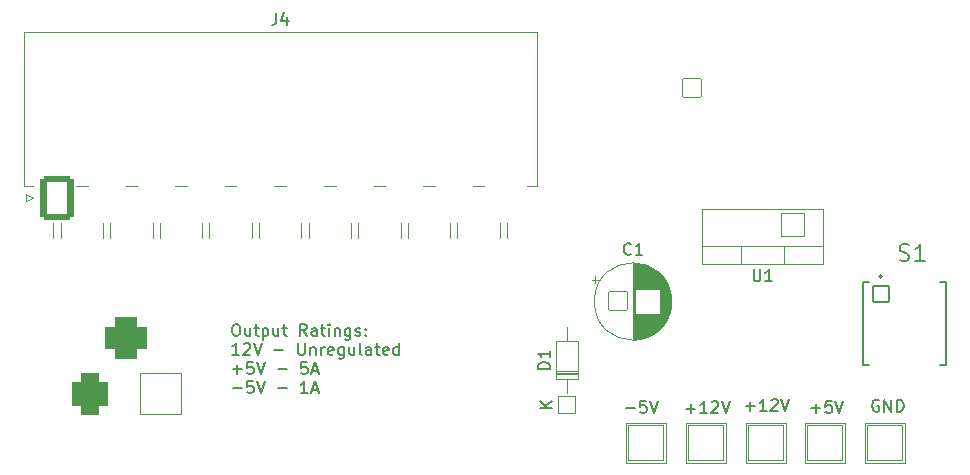
<source format=gbr>
%TF.GenerationSoftware,KiCad,Pcbnew,8.0.7*%
%TF.CreationDate,2025-01-08T21:36:27+01:00*%
%TF.ProjectId,adampsu,6164616d-7073-4752-9e6b-696361645f70,rev?*%
%TF.SameCoordinates,Original*%
%TF.FileFunction,Legend,Top*%
%TF.FilePolarity,Positive*%
%FSLAX46Y46*%
G04 Gerber Fmt 4.6, Leading zero omitted, Abs format (unit mm)*
G04 Created by KiCad (PCBNEW 8.0.7) date 2025-01-08 21:36:27*
%MOMM*%
%LPD*%
G01*
G04 APERTURE LIST*
G04 Aperture macros list*
%AMRoundRect*
0 Rectangle with rounded corners*
0 $1 Rounding radius*
0 $2 $3 $4 $5 $6 $7 $8 $9 X,Y pos of 4 corners*
0 Add a 4 corners polygon primitive as box body*
4,1,4,$2,$3,$4,$5,$6,$7,$8,$9,$2,$3,0*
0 Add four circle primitives for the rounded corners*
1,1,$1+$1,$2,$3*
1,1,$1+$1,$4,$5*
1,1,$1+$1,$6,$7*
1,1,$1+$1,$8,$9*
0 Add four rect primitives between the rounded corners*
20,1,$1+$1,$2,$3,$4,$5,0*
20,1,$1+$1,$4,$5,$6,$7,0*
20,1,$1+$1,$6,$7,$8,$9,0*
20,1,$1+$1,$8,$9,$2,$3,0*%
G04 Aperture macros list end*
%ADD10C,0.150000*%
%ADD11C,0.120000*%
%ADD12C,0.127000*%
%ADD13C,0.200000*%
%ADD14C,4.102000*%
%ADD15RoundRect,0.051000X0.800000X0.800000X-0.800000X0.800000X-0.800000X-0.800000X0.800000X-0.800000X0*%
%ADD16C,1.702000*%
%ADD17RoundRect,0.051000X-1.500000X-1.500000X1.500000X-1.500000X1.500000X1.500000X-1.500000X1.500000X0*%
%ADD18RoundRect,0.051000X0.750000X-0.750000X0.750000X0.750000X-0.750000X0.750000X-0.750000X-0.750000X0*%
%ADD19O,1.602000X1.602000*%
%ADD20C,3.102000*%
%ADD21RoundRect,0.259446X-1.141554X-1.641554X1.141554X-1.641554X1.141554X1.641554X-1.141554X1.641554X0*%
%ADD22O,2.802000X3.802000*%
%ADD23RoundRect,0.102000X-0.654000X-0.654000X0.654000X-0.654000X0.654000X0.654000X-0.654000X0.654000X0*%
%ADD24C,1.512000*%
%ADD25RoundRect,0.051000X-0.800000X-0.800000X0.800000X-0.800000X0.800000X0.800000X-0.800000X0.800000X0*%
%ADD26RoundRect,0.051000X0.952500X1.000000X-0.952500X1.000000X-0.952500X-1.000000X0.952500X-1.000000X0*%
%ADD27O,2.007000X2.102000*%
%ADD28RoundRect,0.051000X-1.750000X-1.750000X1.750000X-1.750000X1.750000X1.750000X-1.750000X1.750000X0*%
%ADD29RoundRect,0.775500X-0.775500X-1.025500X0.775500X-1.025500X0.775500X1.025500X-0.775500X1.025500X0*%
%ADD30RoundRect,0.900500X-0.900500X-0.900500X0.900500X-0.900500X0.900500X0.900500X-0.900500X0.900500X0*%
G04 APERTURE END LIST*
D10*
X191640588Y-104312438D02*
X191545350Y-104264819D01*
X191545350Y-104264819D02*
X191402493Y-104264819D01*
X191402493Y-104264819D02*
X191259636Y-104312438D01*
X191259636Y-104312438D02*
X191164398Y-104407676D01*
X191164398Y-104407676D02*
X191116779Y-104502914D01*
X191116779Y-104502914D02*
X191069160Y-104693390D01*
X191069160Y-104693390D02*
X191069160Y-104836247D01*
X191069160Y-104836247D02*
X191116779Y-105026723D01*
X191116779Y-105026723D02*
X191164398Y-105121961D01*
X191164398Y-105121961D02*
X191259636Y-105217200D01*
X191259636Y-105217200D02*
X191402493Y-105264819D01*
X191402493Y-105264819D02*
X191497731Y-105264819D01*
X191497731Y-105264819D02*
X191640588Y-105217200D01*
X191640588Y-105217200D02*
X191688207Y-105169580D01*
X191688207Y-105169580D02*
X191688207Y-104836247D01*
X191688207Y-104836247D02*
X191497731Y-104836247D01*
X192116779Y-105264819D02*
X192116779Y-104264819D01*
X192116779Y-104264819D02*
X192688207Y-105264819D01*
X192688207Y-105264819D02*
X192688207Y-104264819D01*
X193164398Y-105264819D02*
X193164398Y-104264819D01*
X193164398Y-104264819D02*
X193402493Y-104264819D01*
X193402493Y-104264819D02*
X193545350Y-104312438D01*
X193545350Y-104312438D02*
X193640588Y-104407676D01*
X193640588Y-104407676D02*
X193688207Y-104502914D01*
X193688207Y-104502914D02*
X193735826Y-104693390D01*
X193735826Y-104693390D02*
X193735826Y-104836247D01*
X193735826Y-104836247D02*
X193688207Y-105026723D01*
X193688207Y-105026723D02*
X193640588Y-105121961D01*
X193640588Y-105121961D02*
X193545350Y-105217200D01*
X193545350Y-105217200D02*
X193402493Y-105264819D01*
X193402493Y-105264819D02*
X193164398Y-105264819D01*
X175341779Y-105008866D02*
X176103684Y-105008866D01*
X175722731Y-105389819D02*
X175722731Y-104627914D01*
X177103683Y-105389819D02*
X176532255Y-105389819D01*
X176817969Y-105389819D02*
X176817969Y-104389819D01*
X176817969Y-104389819D02*
X176722731Y-104532676D01*
X176722731Y-104532676D02*
X176627493Y-104627914D01*
X176627493Y-104627914D02*
X176532255Y-104675533D01*
X177484636Y-104485057D02*
X177532255Y-104437438D01*
X177532255Y-104437438D02*
X177627493Y-104389819D01*
X177627493Y-104389819D02*
X177865588Y-104389819D01*
X177865588Y-104389819D02*
X177960826Y-104437438D01*
X177960826Y-104437438D02*
X178008445Y-104485057D01*
X178008445Y-104485057D02*
X178056064Y-104580295D01*
X178056064Y-104580295D02*
X178056064Y-104675533D01*
X178056064Y-104675533D02*
X178008445Y-104818390D01*
X178008445Y-104818390D02*
X177437017Y-105389819D01*
X177437017Y-105389819D02*
X178056064Y-105389819D01*
X178341779Y-104389819D02*
X178675112Y-105389819D01*
X178675112Y-105389819D02*
X179008445Y-104389819D01*
X180366779Y-104833866D02*
X181128684Y-104833866D01*
X180747731Y-105214819D02*
X180747731Y-104452914D01*
X182128683Y-105214819D02*
X181557255Y-105214819D01*
X181842969Y-105214819D02*
X181842969Y-104214819D01*
X181842969Y-104214819D02*
X181747731Y-104357676D01*
X181747731Y-104357676D02*
X181652493Y-104452914D01*
X181652493Y-104452914D02*
X181557255Y-104500533D01*
X182509636Y-104310057D02*
X182557255Y-104262438D01*
X182557255Y-104262438D02*
X182652493Y-104214819D01*
X182652493Y-104214819D02*
X182890588Y-104214819D01*
X182890588Y-104214819D02*
X182985826Y-104262438D01*
X182985826Y-104262438D02*
X183033445Y-104310057D01*
X183033445Y-104310057D02*
X183081064Y-104405295D01*
X183081064Y-104405295D02*
X183081064Y-104500533D01*
X183081064Y-104500533D02*
X183033445Y-104643390D01*
X183033445Y-104643390D02*
X182462017Y-105214819D01*
X182462017Y-105214819D02*
X183081064Y-105214819D01*
X183366779Y-104214819D02*
X183700112Y-105214819D01*
X183700112Y-105214819D02*
X184033445Y-104214819D01*
X185916779Y-104983866D02*
X186678684Y-104983866D01*
X186297731Y-105364819D02*
X186297731Y-104602914D01*
X187631064Y-104364819D02*
X187154874Y-104364819D01*
X187154874Y-104364819D02*
X187107255Y-104841009D01*
X187107255Y-104841009D02*
X187154874Y-104793390D01*
X187154874Y-104793390D02*
X187250112Y-104745771D01*
X187250112Y-104745771D02*
X187488207Y-104745771D01*
X187488207Y-104745771D02*
X187583445Y-104793390D01*
X187583445Y-104793390D02*
X187631064Y-104841009D01*
X187631064Y-104841009D02*
X187678683Y-104936247D01*
X187678683Y-104936247D02*
X187678683Y-105174342D01*
X187678683Y-105174342D02*
X187631064Y-105269580D01*
X187631064Y-105269580D02*
X187583445Y-105317200D01*
X187583445Y-105317200D02*
X187488207Y-105364819D01*
X187488207Y-105364819D02*
X187250112Y-105364819D01*
X187250112Y-105364819D02*
X187154874Y-105317200D01*
X187154874Y-105317200D02*
X187107255Y-105269580D01*
X187964398Y-104364819D02*
X188297731Y-105364819D01*
X188297731Y-105364819D02*
X188631064Y-104364819D01*
X170216779Y-104983866D02*
X170978684Y-104983866D01*
X171931064Y-104364819D02*
X171454874Y-104364819D01*
X171454874Y-104364819D02*
X171407255Y-104841009D01*
X171407255Y-104841009D02*
X171454874Y-104793390D01*
X171454874Y-104793390D02*
X171550112Y-104745771D01*
X171550112Y-104745771D02*
X171788207Y-104745771D01*
X171788207Y-104745771D02*
X171883445Y-104793390D01*
X171883445Y-104793390D02*
X171931064Y-104841009D01*
X171931064Y-104841009D02*
X171978683Y-104936247D01*
X171978683Y-104936247D02*
X171978683Y-105174342D01*
X171978683Y-105174342D02*
X171931064Y-105269580D01*
X171931064Y-105269580D02*
X171883445Y-105317200D01*
X171883445Y-105317200D02*
X171788207Y-105364819D01*
X171788207Y-105364819D02*
X171550112Y-105364819D01*
X171550112Y-105364819D02*
X171454874Y-105317200D01*
X171454874Y-105317200D02*
X171407255Y-105269580D01*
X172264398Y-104364819D02*
X172597731Y-105364819D01*
X172597731Y-105364819D02*
X172931064Y-104364819D01*
X137132255Y-97859903D02*
X137322731Y-97859903D01*
X137322731Y-97859903D02*
X137417969Y-97907522D01*
X137417969Y-97907522D02*
X137513207Y-98002760D01*
X137513207Y-98002760D02*
X137560826Y-98193236D01*
X137560826Y-98193236D02*
X137560826Y-98526569D01*
X137560826Y-98526569D02*
X137513207Y-98717045D01*
X137513207Y-98717045D02*
X137417969Y-98812284D01*
X137417969Y-98812284D02*
X137322731Y-98859903D01*
X137322731Y-98859903D02*
X137132255Y-98859903D01*
X137132255Y-98859903D02*
X137037017Y-98812284D01*
X137037017Y-98812284D02*
X136941779Y-98717045D01*
X136941779Y-98717045D02*
X136894160Y-98526569D01*
X136894160Y-98526569D02*
X136894160Y-98193236D01*
X136894160Y-98193236D02*
X136941779Y-98002760D01*
X136941779Y-98002760D02*
X137037017Y-97907522D01*
X137037017Y-97907522D02*
X137132255Y-97859903D01*
X138417969Y-98193236D02*
X138417969Y-98859903D01*
X137989398Y-98193236D02*
X137989398Y-98717045D01*
X137989398Y-98717045D02*
X138037017Y-98812284D01*
X138037017Y-98812284D02*
X138132255Y-98859903D01*
X138132255Y-98859903D02*
X138275112Y-98859903D01*
X138275112Y-98859903D02*
X138370350Y-98812284D01*
X138370350Y-98812284D02*
X138417969Y-98764664D01*
X138751303Y-98193236D02*
X139132255Y-98193236D01*
X138894160Y-97859903D02*
X138894160Y-98717045D01*
X138894160Y-98717045D02*
X138941779Y-98812284D01*
X138941779Y-98812284D02*
X139037017Y-98859903D01*
X139037017Y-98859903D02*
X139132255Y-98859903D01*
X139465589Y-98193236D02*
X139465589Y-99193236D01*
X139465589Y-98240855D02*
X139560827Y-98193236D01*
X139560827Y-98193236D02*
X139751303Y-98193236D01*
X139751303Y-98193236D02*
X139846541Y-98240855D01*
X139846541Y-98240855D02*
X139894160Y-98288474D01*
X139894160Y-98288474D02*
X139941779Y-98383712D01*
X139941779Y-98383712D02*
X139941779Y-98669426D01*
X139941779Y-98669426D02*
X139894160Y-98764664D01*
X139894160Y-98764664D02*
X139846541Y-98812284D01*
X139846541Y-98812284D02*
X139751303Y-98859903D01*
X139751303Y-98859903D02*
X139560827Y-98859903D01*
X139560827Y-98859903D02*
X139465589Y-98812284D01*
X140798922Y-98193236D02*
X140798922Y-98859903D01*
X140370351Y-98193236D02*
X140370351Y-98717045D01*
X140370351Y-98717045D02*
X140417970Y-98812284D01*
X140417970Y-98812284D02*
X140513208Y-98859903D01*
X140513208Y-98859903D02*
X140656065Y-98859903D01*
X140656065Y-98859903D02*
X140751303Y-98812284D01*
X140751303Y-98812284D02*
X140798922Y-98764664D01*
X141132256Y-98193236D02*
X141513208Y-98193236D01*
X141275113Y-97859903D02*
X141275113Y-98717045D01*
X141275113Y-98717045D02*
X141322732Y-98812284D01*
X141322732Y-98812284D02*
X141417970Y-98859903D01*
X141417970Y-98859903D02*
X141513208Y-98859903D01*
X143179875Y-98859903D02*
X142846542Y-98383712D01*
X142608447Y-98859903D02*
X142608447Y-97859903D01*
X142608447Y-97859903D02*
X142989399Y-97859903D01*
X142989399Y-97859903D02*
X143084637Y-97907522D01*
X143084637Y-97907522D02*
X143132256Y-97955141D01*
X143132256Y-97955141D02*
X143179875Y-98050379D01*
X143179875Y-98050379D02*
X143179875Y-98193236D01*
X143179875Y-98193236D02*
X143132256Y-98288474D01*
X143132256Y-98288474D02*
X143084637Y-98336093D01*
X143084637Y-98336093D02*
X142989399Y-98383712D01*
X142989399Y-98383712D02*
X142608447Y-98383712D01*
X144037018Y-98859903D02*
X144037018Y-98336093D01*
X144037018Y-98336093D02*
X143989399Y-98240855D01*
X143989399Y-98240855D02*
X143894161Y-98193236D01*
X143894161Y-98193236D02*
X143703685Y-98193236D01*
X143703685Y-98193236D02*
X143608447Y-98240855D01*
X144037018Y-98812284D02*
X143941780Y-98859903D01*
X143941780Y-98859903D02*
X143703685Y-98859903D01*
X143703685Y-98859903D02*
X143608447Y-98812284D01*
X143608447Y-98812284D02*
X143560828Y-98717045D01*
X143560828Y-98717045D02*
X143560828Y-98621807D01*
X143560828Y-98621807D02*
X143608447Y-98526569D01*
X143608447Y-98526569D02*
X143703685Y-98478950D01*
X143703685Y-98478950D02*
X143941780Y-98478950D01*
X143941780Y-98478950D02*
X144037018Y-98431331D01*
X144370352Y-98193236D02*
X144751304Y-98193236D01*
X144513209Y-97859903D02*
X144513209Y-98717045D01*
X144513209Y-98717045D02*
X144560828Y-98812284D01*
X144560828Y-98812284D02*
X144656066Y-98859903D01*
X144656066Y-98859903D02*
X144751304Y-98859903D01*
X145084638Y-98859903D02*
X145084638Y-98193236D01*
X145084638Y-97859903D02*
X145037019Y-97907522D01*
X145037019Y-97907522D02*
X145084638Y-97955141D01*
X145084638Y-97955141D02*
X145132257Y-97907522D01*
X145132257Y-97907522D02*
X145084638Y-97859903D01*
X145084638Y-97859903D02*
X145084638Y-97955141D01*
X145560828Y-98193236D02*
X145560828Y-98859903D01*
X145560828Y-98288474D02*
X145608447Y-98240855D01*
X145608447Y-98240855D02*
X145703685Y-98193236D01*
X145703685Y-98193236D02*
X145846542Y-98193236D01*
X145846542Y-98193236D02*
X145941780Y-98240855D01*
X145941780Y-98240855D02*
X145989399Y-98336093D01*
X145989399Y-98336093D02*
X145989399Y-98859903D01*
X146894161Y-98193236D02*
X146894161Y-99002760D01*
X146894161Y-99002760D02*
X146846542Y-99097998D01*
X146846542Y-99097998D02*
X146798923Y-99145617D01*
X146798923Y-99145617D02*
X146703685Y-99193236D01*
X146703685Y-99193236D02*
X146560828Y-99193236D01*
X146560828Y-99193236D02*
X146465590Y-99145617D01*
X146894161Y-98812284D02*
X146798923Y-98859903D01*
X146798923Y-98859903D02*
X146608447Y-98859903D01*
X146608447Y-98859903D02*
X146513209Y-98812284D01*
X146513209Y-98812284D02*
X146465590Y-98764664D01*
X146465590Y-98764664D02*
X146417971Y-98669426D01*
X146417971Y-98669426D02*
X146417971Y-98383712D01*
X146417971Y-98383712D02*
X146465590Y-98288474D01*
X146465590Y-98288474D02*
X146513209Y-98240855D01*
X146513209Y-98240855D02*
X146608447Y-98193236D01*
X146608447Y-98193236D02*
X146798923Y-98193236D01*
X146798923Y-98193236D02*
X146894161Y-98240855D01*
X147322733Y-98812284D02*
X147417971Y-98859903D01*
X147417971Y-98859903D02*
X147608447Y-98859903D01*
X147608447Y-98859903D02*
X147703685Y-98812284D01*
X147703685Y-98812284D02*
X147751304Y-98717045D01*
X147751304Y-98717045D02*
X147751304Y-98669426D01*
X147751304Y-98669426D02*
X147703685Y-98574188D01*
X147703685Y-98574188D02*
X147608447Y-98526569D01*
X147608447Y-98526569D02*
X147465590Y-98526569D01*
X147465590Y-98526569D02*
X147370352Y-98478950D01*
X147370352Y-98478950D02*
X147322733Y-98383712D01*
X147322733Y-98383712D02*
X147322733Y-98336093D01*
X147322733Y-98336093D02*
X147370352Y-98240855D01*
X147370352Y-98240855D02*
X147465590Y-98193236D01*
X147465590Y-98193236D02*
X147608447Y-98193236D01*
X147608447Y-98193236D02*
X147703685Y-98240855D01*
X148179876Y-98764664D02*
X148227495Y-98812284D01*
X148227495Y-98812284D02*
X148179876Y-98859903D01*
X148179876Y-98859903D02*
X148132257Y-98812284D01*
X148132257Y-98812284D02*
X148179876Y-98764664D01*
X148179876Y-98764664D02*
X148179876Y-98859903D01*
X148179876Y-98240855D02*
X148227495Y-98288474D01*
X148227495Y-98288474D02*
X148179876Y-98336093D01*
X148179876Y-98336093D02*
X148132257Y-98288474D01*
X148132257Y-98288474D02*
X148179876Y-98240855D01*
X148179876Y-98240855D02*
X148179876Y-98336093D01*
X137465588Y-100469847D02*
X136894160Y-100469847D01*
X137179874Y-100469847D02*
X137179874Y-99469847D01*
X137179874Y-99469847D02*
X137084636Y-99612704D01*
X137084636Y-99612704D02*
X136989398Y-99707942D01*
X136989398Y-99707942D02*
X136894160Y-99755561D01*
X137846541Y-99565085D02*
X137894160Y-99517466D01*
X137894160Y-99517466D02*
X137989398Y-99469847D01*
X137989398Y-99469847D02*
X138227493Y-99469847D01*
X138227493Y-99469847D02*
X138322731Y-99517466D01*
X138322731Y-99517466D02*
X138370350Y-99565085D01*
X138370350Y-99565085D02*
X138417969Y-99660323D01*
X138417969Y-99660323D02*
X138417969Y-99755561D01*
X138417969Y-99755561D02*
X138370350Y-99898418D01*
X138370350Y-99898418D02*
X137798922Y-100469847D01*
X137798922Y-100469847D02*
X138417969Y-100469847D01*
X138703684Y-99469847D02*
X139037017Y-100469847D01*
X139037017Y-100469847D02*
X139370350Y-99469847D01*
X140465589Y-100088894D02*
X141227494Y-100088894D01*
X142465589Y-99469847D02*
X142465589Y-100279370D01*
X142465589Y-100279370D02*
X142513208Y-100374608D01*
X142513208Y-100374608D02*
X142560827Y-100422228D01*
X142560827Y-100422228D02*
X142656065Y-100469847D01*
X142656065Y-100469847D02*
X142846541Y-100469847D01*
X142846541Y-100469847D02*
X142941779Y-100422228D01*
X142941779Y-100422228D02*
X142989398Y-100374608D01*
X142989398Y-100374608D02*
X143037017Y-100279370D01*
X143037017Y-100279370D02*
X143037017Y-99469847D01*
X143513208Y-99803180D02*
X143513208Y-100469847D01*
X143513208Y-99898418D02*
X143560827Y-99850799D01*
X143560827Y-99850799D02*
X143656065Y-99803180D01*
X143656065Y-99803180D02*
X143798922Y-99803180D01*
X143798922Y-99803180D02*
X143894160Y-99850799D01*
X143894160Y-99850799D02*
X143941779Y-99946037D01*
X143941779Y-99946037D02*
X143941779Y-100469847D01*
X144417970Y-100469847D02*
X144417970Y-99803180D01*
X144417970Y-99993656D02*
X144465589Y-99898418D01*
X144465589Y-99898418D02*
X144513208Y-99850799D01*
X144513208Y-99850799D02*
X144608446Y-99803180D01*
X144608446Y-99803180D02*
X144703684Y-99803180D01*
X145417970Y-100422228D02*
X145322732Y-100469847D01*
X145322732Y-100469847D02*
X145132256Y-100469847D01*
X145132256Y-100469847D02*
X145037018Y-100422228D01*
X145037018Y-100422228D02*
X144989399Y-100326989D01*
X144989399Y-100326989D02*
X144989399Y-99946037D01*
X144989399Y-99946037D02*
X145037018Y-99850799D01*
X145037018Y-99850799D02*
X145132256Y-99803180D01*
X145132256Y-99803180D02*
X145322732Y-99803180D01*
X145322732Y-99803180D02*
X145417970Y-99850799D01*
X145417970Y-99850799D02*
X145465589Y-99946037D01*
X145465589Y-99946037D02*
X145465589Y-100041275D01*
X145465589Y-100041275D02*
X144989399Y-100136513D01*
X146322732Y-99803180D02*
X146322732Y-100612704D01*
X146322732Y-100612704D02*
X146275113Y-100707942D01*
X146275113Y-100707942D02*
X146227494Y-100755561D01*
X146227494Y-100755561D02*
X146132256Y-100803180D01*
X146132256Y-100803180D02*
X145989399Y-100803180D01*
X145989399Y-100803180D02*
X145894161Y-100755561D01*
X146322732Y-100422228D02*
X146227494Y-100469847D01*
X146227494Y-100469847D02*
X146037018Y-100469847D01*
X146037018Y-100469847D02*
X145941780Y-100422228D01*
X145941780Y-100422228D02*
X145894161Y-100374608D01*
X145894161Y-100374608D02*
X145846542Y-100279370D01*
X145846542Y-100279370D02*
X145846542Y-99993656D01*
X145846542Y-99993656D02*
X145894161Y-99898418D01*
X145894161Y-99898418D02*
X145941780Y-99850799D01*
X145941780Y-99850799D02*
X146037018Y-99803180D01*
X146037018Y-99803180D02*
X146227494Y-99803180D01*
X146227494Y-99803180D02*
X146322732Y-99850799D01*
X147227494Y-99803180D02*
X147227494Y-100469847D01*
X146798923Y-99803180D02*
X146798923Y-100326989D01*
X146798923Y-100326989D02*
X146846542Y-100422228D01*
X146846542Y-100422228D02*
X146941780Y-100469847D01*
X146941780Y-100469847D02*
X147084637Y-100469847D01*
X147084637Y-100469847D02*
X147179875Y-100422228D01*
X147179875Y-100422228D02*
X147227494Y-100374608D01*
X147846542Y-100469847D02*
X147751304Y-100422228D01*
X147751304Y-100422228D02*
X147703685Y-100326989D01*
X147703685Y-100326989D02*
X147703685Y-99469847D01*
X148656066Y-100469847D02*
X148656066Y-99946037D01*
X148656066Y-99946037D02*
X148608447Y-99850799D01*
X148608447Y-99850799D02*
X148513209Y-99803180D01*
X148513209Y-99803180D02*
X148322733Y-99803180D01*
X148322733Y-99803180D02*
X148227495Y-99850799D01*
X148656066Y-100422228D02*
X148560828Y-100469847D01*
X148560828Y-100469847D02*
X148322733Y-100469847D01*
X148322733Y-100469847D02*
X148227495Y-100422228D01*
X148227495Y-100422228D02*
X148179876Y-100326989D01*
X148179876Y-100326989D02*
X148179876Y-100231751D01*
X148179876Y-100231751D02*
X148227495Y-100136513D01*
X148227495Y-100136513D02*
X148322733Y-100088894D01*
X148322733Y-100088894D02*
X148560828Y-100088894D01*
X148560828Y-100088894D02*
X148656066Y-100041275D01*
X148989400Y-99803180D02*
X149370352Y-99803180D01*
X149132257Y-99469847D02*
X149132257Y-100326989D01*
X149132257Y-100326989D02*
X149179876Y-100422228D01*
X149179876Y-100422228D02*
X149275114Y-100469847D01*
X149275114Y-100469847D02*
X149370352Y-100469847D01*
X150084638Y-100422228D02*
X149989400Y-100469847D01*
X149989400Y-100469847D02*
X149798924Y-100469847D01*
X149798924Y-100469847D02*
X149703686Y-100422228D01*
X149703686Y-100422228D02*
X149656067Y-100326989D01*
X149656067Y-100326989D02*
X149656067Y-99946037D01*
X149656067Y-99946037D02*
X149703686Y-99850799D01*
X149703686Y-99850799D02*
X149798924Y-99803180D01*
X149798924Y-99803180D02*
X149989400Y-99803180D01*
X149989400Y-99803180D02*
X150084638Y-99850799D01*
X150084638Y-99850799D02*
X150132257Y-99946037D01*
X150132257Y-99946037D02*
X150132257Y-100041275D01*
X150132257Y-100041275D02*
X149656067Y-100136513D01*
X150989400Y-100469847D02*
X150989400Y-99469847D01*
X150989400Y-100422228D02*
X150894162Y-100469847D01*
X150894162Y-100469847D02*
X150703686Y-100469847D01*
X150703686Y-100469847D02*
X150608448Y-100422228D01*
X150608448Y-100422228D02*
X150560829Y-100374608D01*
X150560829Y-100374608D02*
X150513210Y-100279370D01*
X150513210Y-100279370D02*
X150513210Y-99993656D01*
X150513210Y-99993656D02*
X150560829Y-99898418D01*
X150560829Y-99898418D02*
X150608448Y-99850799D01*
X150608448Y-99850799D02*
X150703686Y-99803180D01*
X150703686Y-99803180D02*
X150894162Y-99803180D01*
X150894162Y-99803180D02*
X150989400Y-99850799D01*
X136941779Y-101698838D02*
X137703684Y-101698838D01*
X137322731Y-102079791D02*
X137322731Y-101317886D01*
X138656064Y-101079791D02*
X138179874Y-101079791D01*
X138179874Y-101079791D02*
X138132255Y-101555981D01*
X138132255Y-101555981D02*
X138179874Y-101508362D01*
X138179874Y-101508362D02*
X138275112Y-101460743D01*
X138275112Y-101460743D02*
X138513207Y-101460743D01*
X138513207Y-101460743D02*
X138608445Y-101508362D01*
X138608445Y-101508362D02*
X138656064Y-101555981D01*
X138656064Y-101555981D02*
X138703683Y-101651219D01*
X138703683Y-101651219D02*
X138703683Y-101889314D01*
X138703683Y-101889314D02*
X138656064Y-101984552D01*
X138656064Y-101984552D02*
X138608445Y-102032172D01*
X138608445Y-102032172D02*
X138513207Y-102079791D01*
X138513207Y-102079791D02*
X138275112Y-102079791D01*
X138275112Y-102079791D02*
X138179874Y-102032172D01*
X138179874Y-102032172D02*
X138132255Y-101984552D01*
X138989398Y-101079791D02*
X139322731Y-102079791D01*
X139322731Y-102079791D02*
X139656064Y-101079791D01*
X140751303Y-101698838D02*
X141513208Y-101698838D01*
X143227493Y-101079791D02*
X142751303Y-101079791D01*
X142751303Y-101079791D02*
X142703684Y-101555981D01*
X142703684Y-101555981D02*
X142751303Y-101508362D01*
X142751303Y-101508362D02*
X142846541Y-101460743D01*
X142846541Y-101460743D02*
X143084636Y-101460743D01*
X143084636Y-101460743D02*
X143179874Y-101508362D01*
X143179874Y-101508362D02*
X143227493Y-101555981D01*
X143227493Y-101555981D02*
X143275112Y-101651219D01*
X143275112Y-101651219D02*
X143275112Y-101889314D01*
X143275112Y-101889314D02*
X143227493Y-101984552D01*
X143227493Y-101984552D02*
X143179874Y-102032172D01*
X143179874Y-102032172D02*
X143084636Y-102079791D01*
X143084636Y-102079791D02*
X142846541Y-102079791D01*
X142846541Y-102079791D02*
X142751303Y-102032172D01*
X142751303Y-102032172D02*
X142703684Y-101984552D01*
X143656065Y-101794076D02*
X144132255Y-101794076D01*
X143560827Y-102079791D02*
X143894160Y-101079791D01*
X143894160Y-101079791D02*
X144227493Y-102079791D01*
X136941779Y-103308782D02*
X137703684Y-103308782D01*
X138656064Y-102689735D02*
X138179874Y-102689735D01*
X138179874Y-102689735D02*
X138132255Y-103165925D01*
X138132255Y-103165925D02*
X138179874Y-103118306D01*
X138179874Y-103118306D02*
X138275112Y-103070687D01*
X138275112Y-103070687D02*
X138513207Y-103070687D01*
X138513207Y-103070687D02*
X138608445Y-103118306D01*
X138608445Y-103118306D02*
X138656064Y-103165925D01*
X138656064Y-103165925D02*
X138703683Y-103261163D01*
X138703683Y-103261163D02*
X138703683Y-103499258D01*
X138703683Y-103499258D02*
X138656064Y-103594496D01*
X138656064Y-103594496D02*
X138608445Y-103642116D01*
X138608445Y-103642116D02*
X138513207Y-103689735D01*
X138513207Y-103689735D02*
X138275112Y-103689735D01*
X138275112Y-103689735D02*
X138179874Y-103642116D01*
X138179874Y-103642116D02*
X138132255Y-103594496D01*
X138989398Y-102689735D02*
X139322731Y-103689735D01*
X139322731Y-103689735D02*
X139656064Y-102689735D01*
X140751303Y-103308782D02*
X141513208Y-103308782D01*
X143275112Y-103689735D02*
X142703684Y-103689735D01*
X142989398Y-103689735D02*
X142989398Y-102689735D01*
X142989398Y-102689735D02*
X142894160Y-102832592D01*
X142894160Y-102832592D02*
X142798922Y-102927830D01*
X142798922Y-102927830D02*
X142703684Y-102975449D01*
X143656065Y-103404020D02*
X144132255Y-103404020D01*
X143560827Y-103689735D02*
X143894160Y-102689735D01*
X143894160Y-102689735D02*
X144227493Y-103689735D01*
X163789819Y-101638094D02*
X162789819Y-101638094D01*
X162789819Y-101638094D02*
X162789819Y-101399999D01*
X162789819Y-101399999D02*
X162837438Y-101257142D01*
X162837438Y-101257142D02*
X162932676Y-101161904D01*
X162932676Y-101161904D02*
X163027914Y-101114285D01*
X163027914Y-101114285D02*
X163218390Y-101066666D01*
X163218390Y-101066666D02*
X163361247Y-101066666D01*
X163361247Y-101066666D02*
X163551723Y-101114285D01*
X163551723Y-101114285D02*
X163646961Y-101161904D01*
X163646961Y-101161904D02*
X163742200Y-101257142D01*
X163742200Y-101257142D02*
X163789819Y-101399999D01*
X163789819Y-101399999D02*
X163789819Y-101638094D01*
X163789819Y-100114285D02*
X163789819Y-100685713D01*
X163789819Y-100399999D02*
X162789819Y-100399999D01*
X162789819Y-100399999D02*
X162932676Y-100495237D01*
X162932676Y-100495237D02*
X163027914Y-100590475D01*
X163027914Y-100590475D02*
X163075533Y-100685713D01*
X163959819Y-104971904D02*
X162959819Y-104971904D01*
X163959819Y-104400476D02*
X163388390Y-104829047D01*
X162959819Y-104400476D02*
X163531247Y-104971904D01*
X140621666Y-71524819D02*
X140621666Y-72239104D01*
X140621666Y-72239104D02*
X140574047Y-72381961D01*
X140574047Y-72381961D02*
X140478809Y-72477200D01*
X140478809Y-72477200D02*
X140335952Y-72524819D01*
X140335952Y-72524819D02*
X140240714Y-72524819D01*
X141526428Y-71858152D02*
X141526428Y-72524819D01*
X141288333Y-71477200D02*
X141050238Y-72191485D01*
X141050238Y-72191485D02*
X141669285Y-72191485D01*
X193398333Y-92436700D02*
X193598333Y-92503366D01*
X193598333Y-92503366D02*
X193931667Y-92503366D01*
X193931667Y-92503366D02*
X194065000Y-92436700D01*
X194065000Y-92436700D02*
X194131667Y-92370033D01*
X194131667Y-92370033D02*
X194198333Y-92236700D01*
X194198333Y-92236700D02*
X194198333Y-92103366D01*
X194198333Y-92103366D02*
X194131667Y-91970033D01*
X194131667Y-91970033D02*
X194065000Y-91903366D01*
X194065000Y-91903366D02*
X193931667Y-91836700D01*
X193931667Y-91836700D02*
X193665000Y-91770033D01*
X193665000Y-91770033D02*
X193531667Y-91703366D01*
X193531667Y-91703366D02*
X193465000Y-91636700D01*
X193465000Y-91636700D02*
X193398333Y-91503366D01*
X193398333Y-91503366D02*
X193398333Y-91370033D01*
X193398333Y-91370033D02*
X193465000Y-91236700D01*
X193465000Y-91236700D02*
X193531667Y-91170033D01*
X193531667Y-91170033D02*
X193665000Y-91103366D01*
X193665000Y-91103366D02*
X193998333Y-91103366D01*
X193998333Y-91103366D02*
X194198333Y-91170033D01*
X195531666Y-92503366D02*
X194731666Y-92503366D01*
X195131666Y-92503366D02*
X195131666Y-91103366D01*
X195131666Y-91103366D02*
X194998333Y-91303366D01*
X194998333Y-91303366D02*
X194865000Y-91436700D01*
X194865000Y-91436700D02*
X194731666Y-91503366D01*
X170655933Y-91904580D02*
X170608314Y-91952200D01*
X170608314Y-91952200D02*
X170465457Y-91999819D01*
X170465457Y-91999819D02*
X170370219Y-91999819D01*
X170370219Y-91999819D02*
X170227362Y-91952200D01*
X170227362Y-91952200D02*
X170132124Y-91856961D01*
X170132124Y-91856961D02*
X170084505Y-91761723D01*
X170084505Y-91761723D02*
X170036886Y-91571247D01*
X170036886Y-91571247D02*
X170036886Y-91428390D01*
X170036886Y-91428390D02*
X170084505Y-91237914D01*
X170084505Y-91237914D02*
X170132124Y-91142676D01*
X170132124Y-91142676D02*
X170227362Y-91047438D01*
X170227362Y-91047438D02*
X170370219Y-90999819D01*
X170370219Y-90999819D02*
X170465457Y-90999819D01*
X170465457Y-90999819D02*
X170608314Y-91047438D01*
X170608314Y-91047438D02*
X170655933Y-91095057D01*
X171608314Y-91999819D02*
X171036886Y-91999819D01*
X171322600Y-91999819D02*
X171322600Y-90999819D01*
X171322600Y-90999819D02*
X171227362Y-91142676D01*
X171227362Y-91142676D02*
X171132124Y-91237914D01*
X171132124Y-91237914D02*
X171036886Y-91285533D01*
X181028095Y-93219819D02*
X181028095Y-94029342D01*
X181028095Y-94029342D02*
X181075714Y-94124580D01*
X181075714Y-94124580D02*
X181123333Y-94172200D01*
X181123333Y-94172200D02*
X181218571Y-94219819D01*
X181218571Y-94219819D02*
X181409047Y-94219819D01*
X181409047Y-94219819D02*
X181504285Y-94172200D01*
X181504285Y-94172200D02*
X181551904Y-94124580D01*
X181551904Y-94124580D02*
X181599523Y-94029342D01*
X181599523Y-94029342D02*
X181599523Y-93219819D01*
X182599523Y-94219819D02*
X182028095Y-94219819D01*
X182313809Y-94219819D02*
X182313809Y-93219819D01*
X182313809Y-93219819D02*
X182218571Y-93362676D01*
X182218571Y-93362676D02*
X182123333Y-93457914D01*
X182123333Y-93457914D02*
X182028095Y-93505533D01*
D11*
%TO.C,TP3*%
X185405000Y-106220000D02*
X188805000Y-106220000D01*
X185405000Y-109620000D02*
X185405000Y-106220000D01*
X188805000Y-106220000D02*
X188805000Y-109620000D01*
X188805000Y-109620000D02*
X185405000Y-109620000D01*
%TO.C,TP2*%
X180355000Y-106220000D02*
X183755000Y-106220000D01*
X180355000Y-109620000D02*
X180355000Y-106220000D01*
X183755000Y-106220000D02*
X183755000Y-109620000D01*
X183755000Y-109620000D02*
X180355000Y-109620000D01*
%TO.C,TP4*%
X170255000Y-106220000D02*
X173655000Y-106220000D01*
X170255000Y-109620000D02*
X170255000Y-106220000D01*
X173655000Y-106220000D02*
X173655000Y-109620000D01*
X173655000Y-109620000D02*
X170255000Y-109620000D01*
%TO.C,TP5*%
X190455000Y-106220000D02*
X193855000Y-106220000D01*
X190455000Y-109620000D02*
X190455000Y-106220000D01*
X193855000Y-106220000D02*
X193855000Y-109620000D01*
X193855000Y-109620000D02*
X190455000Y-109620000D01*
%TO.C,TP1*%
X175305000Y-106220000D02*
X178705000Y-106220000D01*
X175305000Y-109620000D02*
X175305000Y-106220000D01*
X178705000Y-106220000D02*
X178705000Y-109620000D01*
X178705000Y-109620000D02*
X175305000Y-109620000D01*
%TO.C,D1*%
X164335000Y-99260000D02*
X164335000Y-102540000D01*
X164335000Y-101844000D02*
X166175000Y-101844000D01*
X164335000Y-101964000D02*
X166175000Y-101964000D01*
X164335000Y-102084000D02*
X166175000Y-102084000D01*
X164335000Y-102540000D02*
X166175000Y-102540000D01*
X165255000Y-98080000D02*
X165255000Y-99260000D01*
X165255000Y-103720000D02*
X165255000Y-102540000D01*
X166175000Y-99260000D02*
X164335000Y-99260000D01*
X166175000Y-102540000D02*
X166175000Y-99260000D01*
%TO.C,J4*%
X119245000Y-73160000D02*
X140955000Y-73160000D01*
X119245000Y-86180000D02*
X119245000Y-73160000D01*
X119455000Y-86870000D02*
X120055000Y-87170000D01*
X119455000Y-87470000D02*
X119455000Y-86870000D01*
X120055000Y-86180000D02*
X119245000Y-86180000D01*
X120055000Y-87170000D02*
X119455000Y-87470000D01*
X121755000Y-89280000D02*
X121755000Y-90560000D01*
X122355000Y-89280000D02*
X122355000Y-90560000D01*
X123665000Y-86170000D02*
X124645000Y-86170000D01*
X125955000Y-89280000D02*
X125955000Y-90560000D01*
X126555000Y-89280000D02*
X126555000Y-90560000D01*
X127865000Y-86170000D02*
X128845000Y-86170000D01*
X130155000Y-89280000D02*
X130155000Y-90560000D01*
X130755000Y-89280000D02*
X130755000Y-90560000D01*
X132065000Y-86170000D02*
X133045000Y-86170000D01*
X134355000Y-89280000D02*
X134355000Y-90560000D01*
X134955000Y-89280000D02*
X134955000Y-90560000D01*
X136265000Y-86170000D02*
X137245000Y-86170000D01*
X138555000Y-89280000D02*
X138555000Y-90560000D01*
X139155000Y-89280000D02*
X139155000Y-90560000D01*
X140465000Y-86170000D02*
X141445000Y-86170000D01*
X142755000Y-89280000D02*
X142755000Y-90560000D01*
X143355000Y-89280000D02*
X143355000Y-90560000D01*
X144665000Y-86170000D02*
X145645000Y-86170000D01*
X146955000Y-89280000D02*
X146955000Y-90560000D01*
X147555000Y-89280000D02*
X147555000Y-90560000D01*
X148865000Y-86170000D02*
X149845000Y-86170000D01*
X151155000Y-89280000D02*
X151155000Y-90560000D01*
X151755000Y-89280000D02*
X151755000Y-90560000D01*
X153065000Y-86170000D02*
X154045000Y-86170000D01*
X155355000Y-89280000D02*
X155355000Y-90560000D01*
X155955000Y-89280000D02*
X155955000Y-90560000D01*
X157265000Y-86170000D02*
X158245000Y-86170000D01*
X159555000Y-89280000D02*
X159555000Y-90560000D01*
X160155000Y-89280000D02*
X160155000Y-90560000D01*
X161855000Y-86180000D02*
X162665000Y-86180000D01*
X162665000Y-73160000D02*
X140955000Y-73160000D01*
X162665000Y-86180000D02*
X162665000Y-73160000D01*
D12*
%TO.C,S1*%
X190330000Y-94332500D02*
X190830000Y-94332500D01*
X190330000Y-101332500D02*
X190330000Y-94332500D01*
X190330000Y-101332500D02*
X190830000Y-101332500D01*
X196830000Y-94332500D02*
X197330000Y-94332500D01*
X196830000Y-101332500D02*
X197330000Y-101332500D01*
X197330000Y-94332500D02*
X197330000Y-101332500D01*
D13*
X191890000Y-93832500D02*
G75*
G02*
X191690000Y-93832500I-100000J0D01*
G01*
X191690000Y-93832500D02*
G75*
G02*
X191890000Y-93832500I100000J0D01*
G01*
D11*
%TO.C,C1*%
X167322359Y-94106000D02*
X167952359Y-94106000D01*
X167637359Y-93791000D02*
X167637359Y-94421000D01*
X170822600Y-92715000D02*
X170822600Y-99175000D01*
X170862600Y-92715000D02*
X170862600Y-99175000D01*
X170902600Y-92715000D02*
X170902600Y-99175000D01*
X170942600Y-92717000D02*
X170942600Y-99173000D01*
X170982600Y-92718000D02*
X170982600Y-99172000D01*
X171022600Y-92721000D02*
X171022600Y-99169000D01*
X171062600Y-92723000D02*
X171062600Y-94905000D01*
X171062600Y-96985000D02*
X171062600Y-99167000D01*
X171102600Y-92727000D02*
X171102600Y-94905000D01*
X171102600Y-96985000D02*
X171102600Y-99163000D01*
X171142600Y-92730000D02*
X171142600Y-94905000D01*
X171142600Y-96985000D02*
X171142600Y-99160000D01*
X171182600Y-92734000D02*
X171182600Y-94905000D01*
X171182600Y-96985000D02*
X171182600Y-99156000D01*
X171222600Y-92739000D02*
X171222600Y-94905000D01*
X171222600Y-96985000D02*
X171222600Y-99151000D01*
X171262600Y-92744000D02*
X171262600Y-94905000D01*
X171262600Y-96985000D02*
X171262600Y-99146000D01*
X171302600Y-92750000D02*
X171302600Y-94905000D01*
X171302600Y-96985000D02*
X171302600Y-99140000D01*
X171342600Y-92756000D02*
X171342600Y-94905000D01*
X171342600Y-96985000D02*
X171342600Y-99134000D01*
X171382600Y-92763000D02*
X171382600Y-94905000D01*
X171382600Y-96985000D02*
X171382600Y-99127000D01*
X171422600Y-92770000D02*
X171422600Y-94905000D01*
X171422600Y-96985000D02*
X171422600Y-99120000D01*
X171462600Y-92778000D02*
X171462600Y-94905000D01*
X171462600Y-96985000D02*
X171462600Y-99112000D01*
X171502600Y-92786000D02*
X171502600Y-94905000D01*
X171502600Y-96985000D02*
X171502600Y-99104000D01*
X171543600Y-92795000D02*
X171543600Y-94905000D01*
X171543600Y-96985000D02*
X171543600Y-99095000D01*
X171583600Y-92804000D02*
X171583600Y-94905000D01*
X171583600Y-96985000D02*
X171583600Y-99086000D01*
X171623600Y-92814000D02*
X171623600Y-94905000D01*
X171623600Y-96985000D02*
X171623600Y-99076000D01*
X171663600Y-92824000D02*
X171663600Y-94905000D01*
X171663600Y-96985000D02*
X171663600Y-99066000D01*
X171703600Y-92835000D02*
X171703600Y-94905000D01*
X171703600Y-96985000D02*
X171703600Y-99055000D01*
X171743600Y-92847000D02*
X171743600Y-94905000D01*
X171743600Y-96985000D02*
X171743600Y-99043000D01*
X171783600Y-92859000D02*
X171783600Y-94905000D01*
X171783600Y-96985000D02*
X171783600Y-99031000D01*
X171823600Y-92871000D02*
X171823600Y-94905000D01*
X171823600Y-96985000D02*
X171823600Y-99019000D01*
X171863600Y-92884000D02*
X171863600Y-94905000D01*
X171863600Y-96985000D02*
X171863600Y-99006000D01*
X171903600Y-92898000D02*
X171903600Y-94905000D01*
X171903600Y-96985000D02*
X171903600Y-98992000D01*
X171943600Y-92912000D02*
X171943600Y-94905000D01*
X171943600Y-96985000D02*
X171943600Y-98978000D01*
X171983600Y-92927000D02*
X171983600Y-94905000D01*
X171983600Y-96985000D02*
X171983600Y-98963000D01*
X172023600Y-92943000D02*
X172023600Y-94905000D01*
X172023600Y-96985000D02*
X172023600Y-98947000D01*
X172063600Y-92959000D02*
X172063600Y-94905000D01*
X172063600Y-96985000D02*
X172063600Y-98931000D01*
X172103600Y-92975000D02*
X172103600Y-94905000D01*
X172103600Y-96985000D02*
X172103600Y-98915000D01*
X172143600Y-92993000D02*
X172143600Y-94905000D01*
X172143600Y-96985000D02*
X172143600Y-98897000D01*
X172183600Y-93011000D02*
X172183600Y-94905000D01*
X172183600Y-96985000D02*
X172183600Y-98879000D01*
X172223600Y-93029000D02*
X172223600Y-94905000D01*
X172223600Y-96985000D02*
X172223600Y-98861000D01*
X172263600Y-93049000D02*
X172263600Y-94905000D01*
X172263600Y-96985000D02*
X172263600Y-98841000D01*
X172303600Y-93069000D02*
X172303600Y-94905000D01*
X172303600Y-96985000D02*
X172303600Y-98821000D01*
X172343600Y-93089000D02*
X172343600Y-94905000D01*
X172343600Y-96985000D02*
X172343600Y-98801000D01*
X172383600Y-93111000D02*
X172383600Y-94905000D01*
X172383600Y-96985000D02*
X172383600Y-98779000D01*
X172423600Y-93133000D02*
X172423600Y-94905000D01*
X172423600Y-96985000D02*
X172423600Y-98757000D01*
X172463600Y-93155000D02*
X172463600Y-94905000D01*
X172463600Y-96985000D02*
X172463600Y-98735000D01*
X172503600Y-93179000D02*
X172503600Y-94905000D01*
X172503600Y-96985000D02*
X172503600Y-98711000D01*
X172543600Y-93203000D02*
X172543600Y-94905000D01*
X172543600Y-96985000D02*
X172543600Y-98687000D01*
X172583600Y-93229000D02*
X172583600Y-94905000D01*
X172583600Y-96985000D02*
X172583600Y-98661000D01*
X172623600Y-93255000D02*
X172623600Y-94905000D01*
X172623600Y-96985000D02*
X172623600Y-98635000D01*
X172663600Y-93281000D02*
X172663600Y-94905000D01*
X172663600Y-96985000D02*
X172663600Y-98609000D01*
X172703600Y-93309000D02*
X172703600Y-94905000D01*
X172703600Y-96985000D02*
X172703600Y-98581000D01*
X172743600Y-93338000D02*
X172743600Y-94905000D01*
X172743600Y-96985000D02*
X172743600Y-98552000D01*
X172783600Y-93367000D02*
X172783600Y-94905000D01*
X172783600Y-96985000D02*
X172783600Y-98523000D01*
X172823600Y-93397000D02*
X172823600Y-94905000D01*
X172823600Y-96985000D02*
X172823600Y-98493000D01*
X172863600Y-93429000D02*
X172863600Y-94905000D01*
X172863600Y-96985000D02*
X172863600Y-98461000D01*
X172903600Y-93461000D02*
X172903600Y-94905000D01*
X172903600Y-96985000D02*
X172903600Y-98429000D01*
X172943600Y-93495000D02*
X172943600Y-94905000D01*
X172943600Y-96985000D02*
X172943600Y-98395000D01*
X172983600Y-93529000D02*
X172983600Y-94905000D01*
X172983600Y-96985000D02*
X172983600Y-98361000D01*
X173023600Y-93565000D02*
X173023600Y-94905000D01*
X173023600Y-96985000D02*
X173023600Y-98325000D01*
X173063600Y-93602000D02*
X173063600Y-94905000D01*
X173063600Y-96985000D02*
X173063600Y-98288000D01*
X173103600Y-93640000D02*
X173103600Y-94905000D01*
X173103600Y-96985000D02*
X173103600Y-98250000D01*
X173143600Y-93680000D02*
X173143600Y-98210000D01*
X173183600Y-93721000D02*
X173183600Y-98169000D01*
X173223600Y-93763000D02*
X173223600Y-98127000D01*
X173263600Y-93808000D02*
X173263600Y-98082000D01*
X173303600Y-93853000D02*
X173303600Y-98037000D01*
X173343600Y-93901000D02*
X173343600Y-97989000D01*
X173383600Y-93950000D02*
X173383600Y-97940000D01*
X173423600Y-94001000D02*
X173423600Y-97889000D01*
X173463600Y-94055000D02*
X173463600Y-97835000D01*
X173503600Y-94111000D02*
X173503600Y-97779000D01*
X173543600Y-94169000D02*
X173543600Y-97721000D01*
X173583600Y-94231000D02*
X173583600Y-97659000D01*
X173623600Y-94295000D02*
X173623600Y-97595000D01*
X173663600Y-94364000D02*
X173663600Y-97526000D01*
X173703600Y-94436000D02*
X173703600Y-97454000D01*
X173743600Y-94513000D02*
X173743600Y-97377000D01*
X173783600Y-94595000D02*
X173783600Y-97295000D01*
X173823600Y-94683000D02*
X173823600Y-97207000D01*
X173863600Y-94780000D02*
X173863600Y-97110000D01*
X173903600Y-94886000D02*
X173903600Y-97004000D01*
X173943600Y-95005000D02*
X173943600Y-96885000D01*
X173983600Y-95143000D02*
X173983600Y-96747000D01*
X174023600Y-95312000D02*
X174023600Y-96578000D01*
X174063600Y-95543000D02*
X174063600Y-96347000D01*
X174092600Y-95945000D02*
G75*
G02*
X167552600Y-95945000I-3270000J0D01*
G01*
X167552600Y-95945000D02*
G75*
G02*
X174092600Y-95945000I3270000J0D01*
G01*
%TO.C,U1*%
X176670000Y-92765000D02*
X176670000Y-88124000D01*
X179939000Y-92765000D02*
X179939000Y-91255000D01*
X183640000Y-92765000D02*
X183640000Y-91255000D01*
X186910000Y-88124000D02*
X176670000Y-88124000D01*
X186910000Y-91255000D02*
X176670000Y-91255000D01*
X186910000Y-92765000D02*
X176670000Y-92765000D01*
X186910000Y-92765000D02*
X186910000Y-88124000D01*
%TD*%
%LPC*%
D14*
%TO.C,J3*%
X193830000Y-79320000D03*
X168830000Y-79320000D03*
D15*
X175790000Y-77900000D03*
D16*
X178560000Y-77900000D03*
X181330000Y-77900000D03*
X184100000Y-77900000D03*
X186870000Y-77900000D03*
X177175000Y-80740000D03*
X179945000Y-80740000D03*
X182715000Y-80740000D03*
X185485000Y-80740000D03*
%TD*%
D17*
%TO.C,TP3*%
X187105000Y-107920000D03*
%TD*%
%TO.C,TP2*%
X182055000Y-107920000D03*
%TD*%
%TO.C,TP4*%
X171955000Y-107920000D03*
%TD*%
%TO.C,TP5*%
X192155000Y-107920000D03*
%TD*%
%TO.C,TP1*%
X177005000Y-107920000D03*
%TD*%
D18*
%TO.C,D1*%
X165255000Y-104710000D03*
D19*
X165255000Y-97090000D03*
%TD*%
D20*
%TO.C,J4*%
X122055000Y-79870000D03*
X159855000Y-79870000D03*
D21*
X122055000Y-87170000D03*
D22*
X126255000Y-87170000D03*
X130455000Y-87170000D03*
X134655000Y-87170000D03*
X138855000Y-87170000D03*
X143055000Y-87170000D03*
X147255000Y-87170000D03*
X151455000Y-87170000D03*
X155655000Y-87170000D03*
X159855000Y-87170000D03*
X122055000Y-92670000D03*
X126255000Y-92670000D03*
X130455000Y-92670000D03*
X134655000Y-92670000D03*
X138855000Y-92670000D03*
X143055000Y-92670000D03*
X147255000Y-92670000D03*
X151455000Y-92670000D03*
X155655000Y-92670000D03*
X159855000Y-92670000D03*
%TD*%
D23*
%TO.C,S1*%
X191830000Y-95332500D03*
D24*
X193830000Y-95332500D03*
X195830000Y-95332500D03*
X191830000Y-100332500D03*
X193830000Y-100332500D03*
X195830000Y-100332500D03*
%TD*%
D25*
%TO.C,C1*%
X169572600Y-95945000D03*
D16*
X172072600Y-95945000D03*
%TD*%
D26*
%TO.C,U1*%
X184330000Y-89495000D03*
D27*
X181790000Y-89495000D03*
X179250000Y-89495000D03*
%TD*%
D28*
%TO.C,J1*%
X130880000Y-103752500D03*
D29*
X124880000Y-103752500D03*
D30*
X127880000Y-99052500D03*
%TD*%
%LPD*%
M02*

</source>
